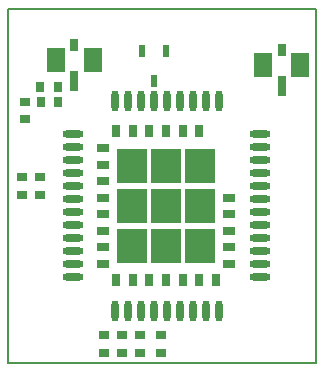
<source format=gtp>
%FSLAX25Y25*%
%MOIN*%
G70*
G01*
G75*
G04 Layer_Color=8421504*
%ADD10C,0.01000*%
%ADD11C,0.01500*%
%ADD12C,0.02000*%
%ADD13R,0.02362X0.03937*%
%ADD14R,0.03347X0.02756*%
%ADD15R,0.02756X0.03347*%
%ADD16R,0.03150X0.03937*%
%ADD17R,0.06000X0.07874*%
%ADD18R,0.03150X0.07000*%
%ADD19R,0.03937X0.03150*%
%ADD20R,0.09843X0.11811*%
%ADD21O,0.07087X0.02362*%
%ADD22O,0.02362X0.07087*%
%ADD23C,0.01200*%
%ADD24C,0.00800*%
%ADD25R,0.12700X0.10700*%
%ADD26R,0.06900X0.08800*%
%ADD27C,0.00500*%
%ADD28C,0.05906*%
%ADD29R,0.05906X0.05906*%
%ADD30C,0.02000*%
%ADD31C,0.04000*%
%ADD32R,0.11811X0.08661*%
%ADD33R,0.02559X0.04843*%
%ADD34R,0.02756X0.08268*%
%ADD35R,0.01575X0.03347*%
%ADD36R,0.05906X0.03937*%
%ADD37R,0.12100X0.10500*%
%ADD38R,0.22700X0.10400*%
%ADD39R,0.10900X0.05300*%
%ADD40R,0.07200X0.31400*%
%ADD41C,0.00400*%
D13*
X52400Y-14100D02*
D03*
X48463Y-23943D02*
D03*
X44526Y-14100D02*
D03*
D14*
X4600Y-61945D02*
D03*
Y-56039D02*
D03*
X10600Y-56094D02*
D03*
Y-62000D02*
D03*
X5500Y-36805D02*
D03*
Y-30900D02*
D03*
X50700Y-114700D02*
D03*
Y-108794D02*
D03*
X37933Y-114700D02*
D03*
Y-108794D02*
D03*
X43900Y-114700D02*
D03*
Y-108794D02*
D03*
X31800Y-114700D02*
D03*
Y-108794D02*
D03*
D15*
X10700Y-30900D02*
D03*
X16605D02*
D03*
X10594Y-26000D02*
D03*
X16500D02*
D03*
D16*
X91100Y-13500D02*
D03*
X22000Y-11900D02*
D03*
X69038Y-90458D02*
D03*
X63526D02*
D03*
X58014D02*
D03*
X52502D02*
D03*
X46990D02*
D03*
X41479D02*
D03*
X63526Y-40816D02*
D03*
X46990D02*
D03*
X41479D02*
D03*
X35967D02*
D03*
X52502D02*
D03*
X58014D02*
D03*
X35967Y-90458D02*
D03*
D17*
X84964Y-18500D02*
D03*
X97200Y-18600D02*
D03*
X15864Y-16900D02*
D03*
X28100Y-17000D02*
D03*
D18*
X91100Y-25736D02*
D03*
X22000Y-24136D02*
D03*
D19*
X73569Y-79435D02*
D03*
Y-68411D02*
D03*
Y-62899D02*
D03*
X31436Y-73923D02*
D03*
Y-68411D02*
D03*
Y-57387D02*
D03*
Y-46364D02*
D03*
Y-51876D02*
D03*
Y-62899D02*
D03*
Y-79435D02*
D03*
Y-84946D02*
D03*
X73569D02*
D03*
Y-73923D02*
D03*
D20*
X52502Y-79005D02*
D03*
X63920D02*
D03*
X41085D02*
D03*
X52502Y-65619D02*
D03*
X41085D02*
D03*
X52502Y-52233D02*
D03*
X63920D02*
D03*
X41085D02*
D03*
X63920Y-65619D02*
D03*
D21*
X83998Y-50461D02*
D03*
Y-85107D02*
D03*
X21400Y-89438D02*
D03*
Y-41800D02*
D03*
Y-46131D02*
D03*
Y-50461D02*
D03*
Y-54792D02*
D03*
Y-59123D02*
D03*
Y-63454D02*
D03*
Y-67784D02*
D03*
Y-72115D02*
D03*
Y-76446D02*
D03*
Y-80776D02*
D03*
Y-85107D02*
D03*
X83998Y-41800D02*
D03*
Y-46131D02*
D03*
Y-54792D02*
D03*
Y-59123D02*
D03*
Y-63454D02*
D03*
Y-67784D02*
D03*
Y-72115D02*
D03*
Y-76446D02*
D03*
Y-89438D02*
D03*
Y-80776D02*
D03*
D22*
X35376Y-30580D02*
D03*
X52699Y-100658D02*
D03*
X48368D02*
D03*
X44038D02*
D03*
X35376D02*
D03*
X70022Y-30580D02*
D03*
X65691D02*
D03*
X61361D02*
D03*
X57030D02*
D03*
X52699D02*
D03*
X48368D02*
D03*
X44038D02*
D03*
X39707D02*
D03*
X57030Y-100658D02*
D03*
X61361D02*
D03*
X65691D02*
D03*
X70022D02*
D03*
X39707D02*
D03*
D27*
X0Y0D02*
X102362D01*
X0Y-118110D02*
Y0D01*
Y-118110D02*
X102362D01*
Y0D01*
M02*

</source>
